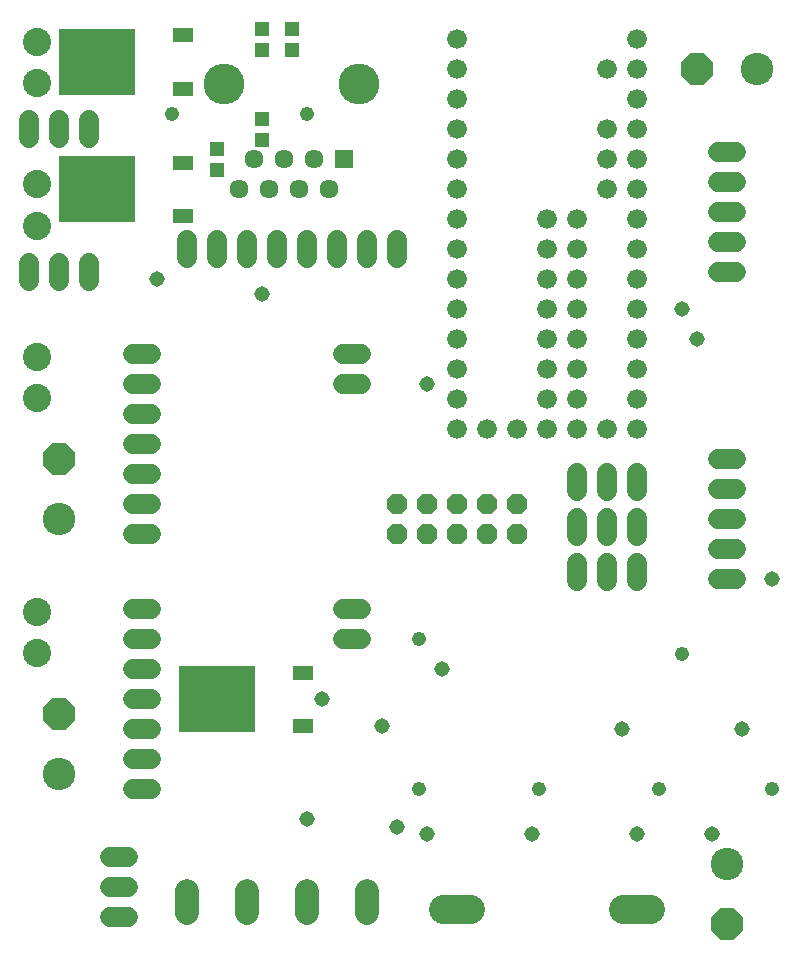
<source format=gbs>
G75*
%MOIN*%
%OFA0B0*%
%FSLAX24Y24*%
%IPPOS*%
%LPD*%
%AMOC8*
5,1,8,0,0,1.08239X$1,22.5*
%
%ADD10C,0.1080*%
%ADD11OC8,0.1080*%
%ADD12C,0.0965*%
%ADD13C,0.0680*%
%ADD14C,0.0660*%
%ADD15C,0.0785*%
%ADD16C,0.0940*%
%ADD17R,0.2521X0.2206*%
%ADD18R,0.0710X0.0474*%
%ADD19R,0.0513X0.0474*%
%ADD20OC8,0.0680*%
%ADD21C,0.0634*%
%ADD22R,0.0634X0.0634*%
%ADD23C,0.1360*%
%ADD24C,0.0516*%
%ADD25C,0.0476*%
D10*
X002430Y006180D03*
X002430Y014680D03*
X024680Y003180D03*
X025680Y029680D03*
D11*
X023680Y029680D03*
X002430Y016680D03*
X002430Y008180D03*
X024680Y001180D03*
D12*
X022123Y001680D02*
X021238Y001680D01*
X016123Y001680D02*
X015238Y001680D01*
D13*
X004730Y001430D02*
X004130Y001430D01*
X004130Y002430D02*
X004730Y002430D01*
X004730Y003430D02*
X004130Y003430D01*
X004880Y005680D02*
X005480Y005680D01*
X005480Y006680D02*
X004880Y006680D01*
X004880Y007680D02*
X005480Y007680D01*
X005480Y008680D02*
X004880Y008680D01*
X004880Y009680D02*
X005480Y009680D01*
X005480Y010680D02*
X004880Y010680D01*
X004880Y011680D02*
X005480Y011680D01*
X005480Y014180D02*
X004880Y014180D01*
X004880Y015180D02*
X005480Y015180D01*
X005480Y016180D02*
X004880Y016180D01*
X004880Y017180D02*
X005480Y017180D01*
X005480Y018180D02*
X004880Y018180D01*
X004880Y019180D02*
X005480Y019180D01*
X005480Y020180D02*
X004880Y020180D01*
X003430Y022630D02*
X003430Y023230D01*
X002430Y023230D02*
X002430Y022630D01*
X001430Y022630D02*
X001430Y023230D01*
X001430Y027380D02*
X001430Y027980D01*
X002430Y027980D02*
X002430Y027380D01*
X003430Y027380D02*
X003430Y027980D01*
X006680Y023980D02*
X006680Y023380D01*
X007680Y023380D02*
X007680Y023980D01*
X008680Y023980D02*
X008680Y023380D01*
X009680Y023380D02*
X009680Y023980D01*
X010680Y023980D02*
X010680Y023380D01*
X011680Y023380D02*
X011680Y023980D01*
X012680Y023980D02*
X012680Y023380D01*
X013680Y023380D02*
X013680Y023980D01*
X012480Y020180D02*
X011880Y020180D01*
X011880Y019180D02*
X012480Y019180D01*
X012480Y011680D02*
X011880Y011680D01*
X011880Y010680D02*
X012480Y010680D01*
X019680Y012630D02*
X019680Y013230D01*
X019680Y014130D02*
X019680Y014730D01*
X019680Y015630D02*
X019680Y016230D01*
X020680Y016230D02*
X020680Y015630D01*
X020680Y014730D02*
X020680Y014130D01*
X020680Y013230D02*
X020680Y012630D01*
X021680Y012630D02*
X021680Y013230D01*
X021680Y014130D02*
X021680Y014730D01*
X021680Y015630D02*
X021680Y016230D01*
X024380Y016680D02*
X024980Y016680D01*
X024980Y015680D02*
X024380Y015680D01*
X024380Y014680D02*
X024980Y014680D01*
X024980Y013680D02*
X024380Y013680D01*
X024380Y012680D02*
X024980Y012680D01*
X024980Y022930D02*
X024380Y022930D01*
X024380Y023930D02*
X024980Y023930D01*
X024980Y024930D02*
X024380Y024930D01*
X024380Y025930D02*
X024980Y025930D01*
X024980Y026930D02*
X024380Y026930D01*
D14*
X021680Y026680D03*
X021680Y025680D03*
X021680Y024680D03*
X021680Y023680D03*
X021680Y022680D03*
X021680Y021680D03*
X021680Y020680D03*
X021680Y019680D03*
X021680Y018680D03*
X021680Y017680D03*
X020680Y017680D03*
X019680Y017680D03*
X019680Y018680D03*
X019680Y019680D03*
X019680Y020680D03*
X019680Y021680D03*
X018680Y021680D03*
X018680Y020680D03*
X018680Y019680D03*
X018680Y018680D03*
X018680Y017680D03*
X017680Y017680D03*
X016680Y017680D03*
X015680Y017680D03*
X015680Y018680D03*
X015680Y019680D03*
X015680Y020680D03*
X015680Y021680D03*
X015680Y022680D03*
X015680Y023680D03*
X015680Y024680D03*
X015680Y025680D03*
X015680Y026680D03*
X015680Y027680D03*
X015680Y028680D03*
X015680Y029680D03*
X015680Y030680D03*
X020680Y029680D03*
X021680Y029680D03*
X021680Y028680D03*
X021680Y027680D03*
X020680Y027680D03*
X020680Y026680D03*
X020680Y025680D03*
X019680Y024680D03*
X019680Y023680D03*
X019680Y022680D03*
X018680Y022680D03*
X018680Y023680D03*
X018680Y024680D03*
X021680Y030680D03*
D15*
X012680Y002283D02*
X012680Y001578D01*
X010680Y001578D02*
X010680Y002283D01*
X008680Y002283D02*
X008680Y001578D01*
X006680Y001578D02*
X006680Y002283D01*
D16*
X001680Y010221D03*
X001680Y011599D03*
X001680Y018721D03*
X001680Y020099D03*
X001680Y024471D03*
X001680Y025849D03*
X001680Y029221D03*
X001680Y030599D03*
D17*
X003696Y029930D03*
X003696Y025680D03*
X007696Y008680D03*
D18*
X010570Y007782D03*
X010570Y009578D03*
X006570Y024782D03*
X006570Y026578D03*
X006570Y029032D03*
X006570Y030828D03*
D19*
X009180Y031015D03*
X009180Y030345D03*
X010180Y030345D03*
X010180Y031015D03*
X009180Y028015D03*
X009180Y027345D03*
X007680Y027015D03*
X007680Y026345D03*
D20*
X013680Y015180D03*
X013680Y014180D03*
X014680Y014180D03*
X014680Y015180D03*
X015680Y015180D03*
X015680Y014180D03*
X016680Y014180D03*
X016680Y015180D03*
X017680Y015180D03*
X017680Y014180D03*
D21*
X011430Y025680D03*
X010430Y025680D03*
X009930Y026680D03*
X010930Y026680D03*
X009430Y025680D03*
X008930Y026680D03*
X008430Y025680D03*
D22*
X011930Y026680D03*
D23*
X012430Y029180D03*
X007930Y029180D03*
D24*
X005680Y022680D03*
X009180Y022180D03*
X014680Y019180D03*
X015180Y009680D03*
X013180Y007790D03*
X011180Y008680D03*
X010680Y004680D03*
X013680Y004430D03*
X014680Y004180D03*
X018180Y004180D03*
X021180Y007680D03*
X021680Y004180D03*
X024180Y004180D03*
X025180Y007680D03*
X026180Y012680D03*
X023680Y020680D03*
X023180Y021680D03*
D25*
X014430Y010680D03*
X014430Y005680D03*
X018430Y005680D03*
X022430Y005680D03*
X026180Y005680D03*
X023180Y010180D03*
X010680Y028180D03*
X006180Y028180D03*
M02*

</source>
